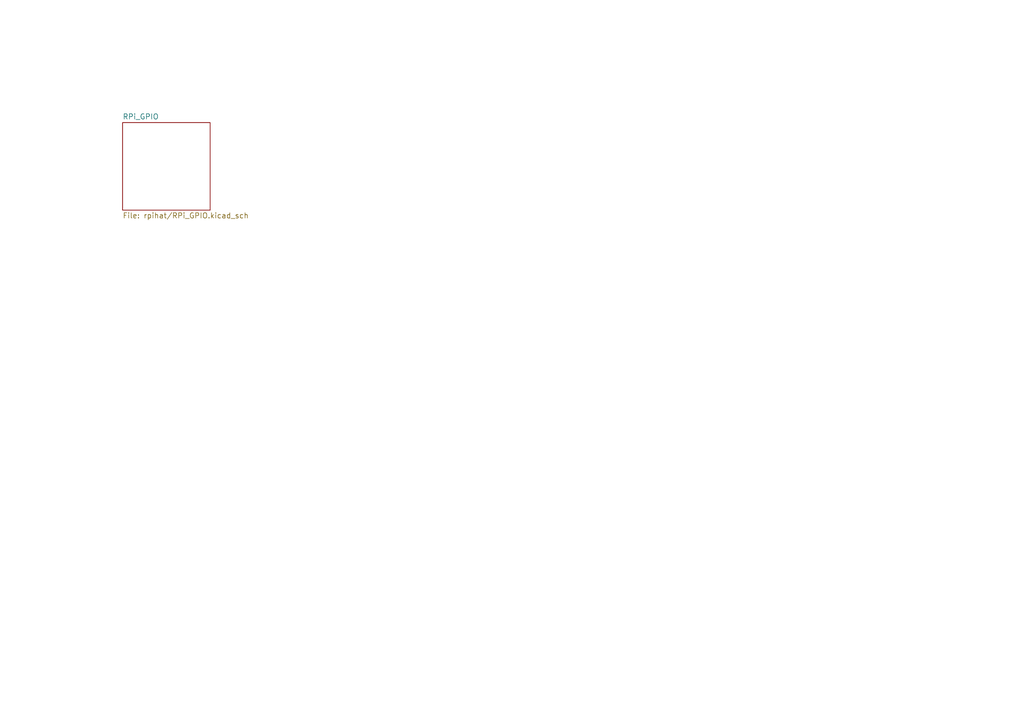
<source format=kicad_sch>
(kicad_sch (version 20230121) (generator eeschema)

  (uuid 07c406fa-1379-42df-a811-eebfc8db218a)

  (paper "A4")

  (lib_symbols
  )


  (sheet (at 35.56 35.56) (size 25.4 25.4) (fields_autoplaced)
    (stroke (width 0) (type solid))
    (fill (color 0 0 0 0.0000))
    (uuid 00000000-0000-0000-0000-00005515d395)
    (property "Sheetname" "RPi_GPIO" (at 35.56 34.7214 0)
      (effects (font (size 1.524 1.524)) (justify left bottom))
    )
    (property "Sheetfile" "rpihat/RPi_GPIO.kicad_sch" (at 35.56 61.6462 0)
      (effects (font (size 1.524 1.524)) (justify left top))
    )
    (instances
      (project "jtag-hat"
        (path "/07c406fa-1379-42df-a811-eebfc8db218a" (page "2"))
      )
    )
  )

  (sheet_instances
    (path "/" (page "1"))
  )
)

</source>
